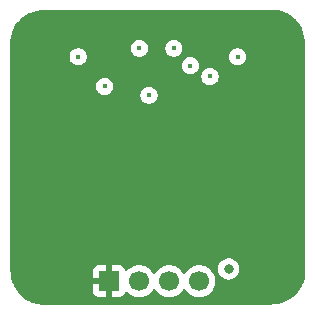
<source format=gbr>
%TF.GenerationSoftware,KiCad,Pcbnew,9.0.6*%
%TF.CreationDate,2025-11-27T01:35:14-08:00*%
%TF.ProjectId,encoder-board,656e636f-6465-4722-9d62-6f6172642e6b,rev?*%
%TF.SameCoordinates,Original*%
%TF.FileFunction,Copper,L2,Inr*%
%TF.FilePolarity,Positive*%
%FSLAX46Y46*%
G04 Gerber Fmt 4.6, Leading zero omitted, Abs format (unit mm)*
G04 Created by KiCad (PCBNEW 9.0.6) date 2025-11-27 01:35:14*
%MOMM*%
%LPD*%
G01*
G04 APERTURE LIST*
%TA.AperFunction,ComponentPad*%
%ADD10R,1.700000X1.700000*%
%TD*%
%TA.AperFunction,ComponentPad*%
%ADD11C,1.700000*%
%TD*%
%TA.AperFunction,ViaPad*%
%ADD12C,0.800000*%
%TD*%
%TA.AperFunction,ViaPad*%
%ADD13C,0.450000*%
%TD*%
G04 APERTURE END LIST*
D10*
%TO.N,GND*%
%TO.C,J1*%
X108380000Y-123000000D03*
D11*
%TO.N,SENSE_B*%
X110920000Y-123000000D03*
%TO.N,SENSE_A*%
X113460000Y-123000000D03*
%TO.N,+5V*%
X116000000Y-123000000D03*
%TD*%
D12*
%TO.N,GND*%
X123500000Y-113000000D03*
X123500000Y-111000000D03*
X101500000Y-115000000D03*
X101500000Y-119000000D03*
X122000000Y-119000000D03*
X122000000Y-121000000D03*
X122000000Y-117000000D03*
X122000000Y-103000000D03*
X101500000Y-109000000D03*
X122000000Y-115000000D03*
X112500000Y-114500000D03*
X105000000Y-124000000D03*
X101500000Y-103000000D03*
D13*
X116750000Y-107750000D03*
D12*
X112500000Y-117500000D03*
X103000000Y-121000000D03*
X101500000Y-105000000D03*
X101500000Y-107000000D03*
X101500000Y-117000000D03*
X103000000Y-113000000D03*
X103000000Y-115000000D03*
X123500000Y-103000000D03*
X103000000Y-109000000D03*
X122000000Y-105000000D03*
X122000000Y-107000000D03*
X101500000Y-113000000D03*
X112500000Y-111500000D03*
X103000000Y-117000000D03*
D13*
X113000000Y-106750000D03*
X108250000Y-107750000D03*
D12*
X103000000Y-103000000D03*
X122000000Y-111000000D03*
D13*
X116740000Y-102330000D03*
D12*
X123500000Y-117000000D03*
X103000000Y-107000000D03*
D13*
X109750000Y-105250000D03*
D12*
X103000000Y-119000000D03*
X123500000Y-115000000D03*
X123500000Y-109000000D03*
X122000000Y-109000000D03*
D13*
X109750000Y-105950000D03*
X108260000Y-101710000D03*
D12*
X106500000Y-122000000D03*
X123500000Y-121000000D03*
D13*
X108250000Y-102340000D03*
D12*
X103000000Y-111000000D03*
D13*
X116740000Y-101600000D03*
D12*
X105000000Y-122000000D03*
X123500000Y-119000000D03*
D13*
X116750000Y-108250000D03*
D12*
X106500000Y-124000000D03*
D13*
X108250000Y-108250000D03*
D12*
X123500000Y-105000000D03*
X101500000Y-121000000D03*
X101500000Y-111000000D03*
D13*
X113750000Y-106750000D03*
D12*
X123500000Y-107000000D03*
X122000000Y-113000000D03*
X103000000Y-105000000D03*
D13*
%TO.N,Net-(U1-A)*%
X116914973Y-105664973D03*
%TO.N,Net-(U2-A)*%
X108000000Y-106500000D03*
%TO.N,SENSE_A*%
X115250000Y-104750000D03*
D12*
%TO.N,+5V*%
X118500000Y-121962500D03*
D13*
X113860000Y-103270000D03*
X119250000Y-104000000D03*
X105750000Y-104000000D03*
X110930000Y-103269898D03*
%TO.N,SENSE_B*%
X111750000Y-107250000D03*
%TD*%
%TA.AperFunction,Conductor*%
%TO.N,GND*%
G36*
X122001464Y-100000534D02*
G01*
X122204102Y-100005347D01*
X122210177Y-100005642D01*
X122401379Y-100019637D01*
X122407694Y-100020264D01*
X122589554Y-100043032D01*
X122596085Y-100044026D01*
X122768413Y-100075029D01*
X122775115Y-100076428D01*
X122939573Y-100115532D01*
X122946372Y-100117355D01*
X123099981Y-100163291D01*
X123110304Y-100166882D01*
X123400922Y-100282570D01*
X123414596Y-100289006D01*
X123675909Y-100432094D01*
X123688954Y-100440331D01*
X123925346Y-100611066D01*
X123937238Y-100620835D01*
X124150597Y-100819538D01*
X124160987Y-100830466D01*
X124176912Y-100849401D01*
X124352365Y-101058020D01*
X124361033Y-101069645D01*
X124530385Y-101326869D01*
X124537295Y-101338749D01*
X124666252Y-101591768D01*
X124683554Y-101625714D01*
X124688805Y-101637494D01*
X124809852Y-101952098D01*
X124813628Y-101963543D01*
X124906426Y-102298756D01*
X124908941Y-102309769D01*
X124969690Y-102645641D01*
X124971250Y-102657518D01*
X124999080Y-102994923D01*
X124999500Y-103005116D01*
X124999500Y-121998520D01*
X124999465Y-122001465D01*
X124994651Y-122204087D01*
X124994355Y-122210194D01*
X124980363Y-122401344D01*
X124979734Y-122407695D01*
X124956968Y-122589547D01*
X124955969Y-122596100D01*
X124924970Y-122768403D01*
X124923566Y-122775131D01*
X124884472Y-122939552D01*
X124882636Y-122946396D01*
X124836708Y-123099976D01*
X124833114Y-123110309D01*
X124717433Y-123400908D01*
X124710988Y-123414602D01*
X124567899Y-123675915D01*
X124559660Y-123688963D01*
X124388937Y-123925339D01*
X124379157Y-123937245D01*
X124180461Y-124150597D01*
X124169531Y-124160988D01*
X123941978Y-124352365D01*
X123930353Y-124361033D01*
X123673129Y-124530385D01*
X123661249Y-124537295D01*
X123374291Y-124683550D01*
X123362511Y-124688801D01*
X123047900Y-124809852D01*
X123036455Y-124813628D01*
X122701244Y-124906425D01*
X122690231Y-124908940D01*
X122354355Y-124969691D01*
X122342478Y-124971251D01*
X122005075Y-124999080D01*
X121994882Y-124999500D01*
X103001480Y-124999500D01*
X102998535Y-124999465D01*
X102795911Y-124994651D01*
X102789804Y-124994355D01*
X102598654Y-124980363D01*
X102592303Y-124979734D01*
X102410451Y-124956968D01*
X102403898Y-124955969D01*
X102231595Y-124924970D01*
X102224867Y-124923566D01*
X102060446Y-124884472D01*
X102053602Y-124882636D01*
X101900022Y-124836708D01*
X101889689Y-124833114D01*
X101599090Y-124717433D01*
X101585396Y-124710988D01*
X101324083Y-124567899D01*
X101311035Y-124559660D01*
X101074659Y-124388937D01*
X101062758Y-124379161D01*
X100849392Y-124180451D01*
X100839010Y-124169531D01*
X100828459Y-124156986D01*
X100647631Y-123941975D01*
X100638965Y-123930353D01*
X100629634Y-123916181D01*
X100469612Y-123673128D01*
X100462703Y-123661249D01*
X100456082Y-123648259D01*
X100316447Y-123374288D01*
X100311201Y-123362522D01*
X100190144Y-123047895D01*
X100186370Y-123036455D01*
X100160628Y-122943466D01*
X100093569Y-122701229D01*
X100091061Y-122690247D01*
X100030304Y-122354339D01*
X100028749Y-122342493D01*
X100008927Y-122102155D01*
X107030000Y-122102155D01*
X107030000Y-122750000D01*
X107946988Y-122750000D01*
X107914075Y-122807007D01*
X107880000Y-122934174D01*
X107880000Y-123065826D01*
X107914075Y-123192993D01*
X107946988Y-123250000D01*
X107030000Y-123250000D01*
X107030000Y-123897844D01*
X107036401Y-123957372D01*
X107036403Y-123957379D01*
X107086645Y-124092086D01*
X107086649Y-124092093D01*
X107172809Y-124207187D01*
X107172812Y-124207190D01*
X107287906Y-124293350D01*
X107287913Y-124293354D01*
X107422620Y-124343596D01*
X107422627Y-124343598D01*
X107482155Y-124349999D01*
X107482172Y-124350000D01*
X108130000Y-124350000D01*
X108130000Y-123433012D01*
X108187007Y-123465925D01*
X108314174Y-123500000D01*
X108445826Y-123500000D01*
X108572993Y-123465925D01*
X108630000Y-123433012D01*
X108630000Y-124350000D01*
X109277828Y-124350000D01*
X109277844Y-124349999D01*
X109337372Y-124343598D01*
X109337379Y-124343596D01*
X109472086Y-124293354D01*
X109472093Y-124293350D01*
X109587187Y-124207190D01*
X109587190Y-124207187D01*
X109673350Y-124092093D01*
X109673354Y-124092086D01*
X109722422Y-123960529D01*
X109764293Y-123904595D01*
X109829757Y-123880178D01*
X109898030Y-123895030D01*
X109926285Y-123916181D01*
X110040213Y-124030109D01*
X110212179Y-124155048D01*
X110212181Y-124155049D01*
X110212184Y-124155051D01*
X110401588Y-124251557D01*
X110603757Y-124317246D01*
X110813713Y-124350500D01*
X110813714Y-124350500D01*
X111026286Y-124350500D01*
X111026287Y-124350500D01*
X111236243Y-124317246D01*
X111438412Y-124251557D01*
X111627816Y-124155051D01*
X111714471Y-124092093D01*
X111799786Y-124030109D01*
X111799788Y-124030106D01*
X111799792Y-124030104D01*
X111950104Y-123879792D01*
X111950106Y-123879788D01*
X111950109Y-123879786D01*
X112075048Y-123707820D01*
X112075047Y-123707820D01*
X112075051Y-123707816D01*
X112079514Y-123699054D01*
X112127488Y-123648259D01*
X112195308Y-123631463D01*
X112261444Y-123653999D01*
X112300486Y-123699056D01*
X112304951Y-123707820D01*
X112429890Y-123879786D01*
X112580213Y-124030109D01*
X112752179Y-124155048D01*
X112752181Y-124155049D01*
X112752184Y-124155051D01*
X112941588Y-124251557D01*
X113143757Y-124317246D01*
X113353713Y-124350500D01*
X113353714Y-124350500D01*
X113566286Y-124350500D01*
X113566287Y-124350500D01*
X113776243Y-124317246D01*
X113978412Y-124251557D01*
X114167816Y-124155051D01*
X114254471Y-124092093D01*
X114339786Y-124030109D01*
X114339788Y-124030106D01*
X114339792Y-124030104D01*
X114490104Y-123879792D01*
X114490106Y-123879788D01*
X114490109Y-123879786D01*
X114615048Y-123707820D01*
X114615047Y-123707820D01*
X114615051Y-123707816D01*
X114619514Y-123699054D01*
X114667488Y-123648259D01*
X114735308Y-123631463D01*
X114801444Y-123653999D01*
X114840486Y-123699056D01*
X114844951Y-123707820D01*
X114969890Y-123879786D01*
X115120213Y-124030109D01*
X115292179Y-124155048D01*
X115292181Y-124155049D01*
X115292184Y-124155051D01*
X115481588Y-124251557D01*
X115683757Y-124317246D01*
X115893713Y-124350500D01*
X115893714Y-124350500D01*
X116106286Y-124350500D01*
X116106287Y-124350500D01*
X116316243Y-124317246D01*
X116518412Y-124251557D01*
X116707816Y-124155051D01*
X116794471Y-124092093D01*
X116879786Y-124030109D01*
X116879788Y-124030106D01*
X116879792Y-124030104D01*
X117030104Y-123879792D01*
X117030106Y-123879788D01*
X117030109Y-123879786D01*
X117155048Y-123707820D01*
X117155047Y-123707820D01*
X117155051Y-123707816D01*
X117251557Y-123518412D01*
X117317246Y-123316243D01*
X117350500Y-123106287D01*
X117350500Y-122893713D01*
X117317246Y-122683757D01*
X117251557Y-122481588D01*
X117155051Y-122292184D01*
X117155049Y-122292181D01*
X117155048Y-122292179D01*
X117030109Y-122120213D01*
X116879790Y-121969894D01*
X116877231Y-121968035D01*
X116877229Y-121968033D01*
X116747533Y-121873804D01*
X117599500Y-121873804D01*
X117599500Y-122051195D01*
X117634103Y-122225158D01*
X117634106Y-122225167D01*
X117701983Y-122389040D01*
X117701990Y-122389053D01*
X117800535Y-122536534D01*
X117800538Y-122536538D01*
X117925961Y-122661961D01*
X117925965Y-122661964D01*
X118073446Y-122760509D01*
X118073459Y-122760516D01*
X118185701Y-122807007D01*
X118237334Y-122828394D01*
X118237336Y-122828394D01*
X118237341Y-122828396D01*
X118411304Y-122862999D01*
X118411307Y-122863000D01*
X118411309Y-122863000D01*
X118588693Y-122863000D01*
X118588694Y-122862999D01*
X118646682Y-122851464D01*
X118762658Y-122828396D01*
X118762661Y-122828394D01*
X118762666Y-122828394D01*
X118926547Y-122760513D01*
X119074035Y-122661964D01*
X119199464Y-122536535D01*
X119298013Y-122389047D01*
X119365894Y-122225166D01*
X119369480Y-122207142D01*
X119400499Y-122051195D01*
X119400500Y-122051193D01*
X119400500Y-121873806D01*
X119400499Y-121873804D01*
X119365896Y-121699841D01*
X119365893Y-121699832D01*
X119298016Y-121535959D01*
X119298009Y-121535946D01*
X119199464Y-121388465D01*
X119199461Y-121388461D01*
X119074038Y-121263038D01*
X119074034Y-121263035D01*
X118926553Y-121164490D01*
X118926540Y-121164483D01*
X118762667Y-121096606D01*
X118762658Y-121096603D01*
X118588694Y-121062000D01*
X118588691Y-121062000D01*
X118411309Y-121062000D01*
X118411306Y-121062000D01*
X118237341Y-121096603D01*
X118237332Y-121096606D01*
X118073459Y-121164483D01*
X118073446Y-121164490D01*
X117925965Y-121263035D01*
X117925961Y-121263038D01*
X117800538Y-121388461D01*
X117800535Y-121388465D01*
X117701990Y-121535946D01*
X117701983Y-121535959D01*
X117634106Y-121699832D01*
X117634103Y-121699841D01*
X117599500Y-121873804D01*
X116747533Y-121873804D01*
X116707820Y-121844951D01*
X116518414Y-121748444D01*
X116518413Y-121748443D01*
X116518412Y-121748443D01*
X116316243Y-121682754D01*
X116316241Y-121682753D01*
X116316240Y-121682753D01*
X116154957Y-121657208D01*
X116106287Y-121649500D01*
X115893713Y-121649500D01*
X115845042Y-121657208D01*
X115683760Y-121682753D01*
X115481585Y-121748444D01*
X115292179Y-121844951D01*
X115120213Y-121969890D01*
X114969890Y-122120213D01*
X114844949Y-122292182D01*
X114840484Y-122300946D01*
X114792509Y-122351742D01*
X114724688Y-122368536D01*
X114658553Y-122345998D01*
X114619516Y-122300946D01*
X114615050Y-122292182D01*
X114490109Y-122120213D01*
X114339786Y-121969890D01*
X114167820Y-121844951D01*
X113978414Y-121748444D01*
X113978413Y-121748443D01*
X113978412Y-121748443D01*
X113776243Y-121682754D01*
X113776241Y-121682753D01*
X113776240Y-121682753D01*
X113614957Y-121657208D01*
X113566287Y-121649500D01*
X113353713Y-121649500D01*
X113305042Y-121657208D01*
X113143760Y-121682753D01*
X112941585Y-121748444D01*
X112752179Y-121844951D01*
X112580213Y-121969890D01*
X112429890Y-122120213D01*
X112304949Y-122292182D01*
X112300484Y-122300946D01*
X112252509Y-122351742D01*
X112184688Y-122368536D01*
X112118553Y-122345998D01*
X112079516Y-122300946D01*
X112075050Y-122292182D01*
X111950109Y-122120213D01*
X111799786Y-121969890D01*
X111627820Y-121844951D01*
X111438414Y-121748444D01*
X111438413Y-121748443D01*
X111438412Y-121748443D01*
X111236243Y-121682754D01*
X111236241Y-121682753D01*
X111236240Y-121682753D01*
X111074957Y-121657208D01*
X111026287Y-121649500D01*
X110813713Y-121649500D01*
X110765042Y-121657208D01*
X110603760Y-121682753D01*
X110401585Y-121748444D01*
X110212179Y-121844951D01*
X110040215Y-121969889D01*
X109926285Y-122083819D01*
X109864962Y-122117303D01*
X109795270Y-122112319D01*
X109739337Y-122070447D01*
X109722422Y-122039470D01*
X109673354Y-121907913D01*
X109673350Y-121907906D01*
X109587190Y-121792812D01*
X109587187Y-121792809D01*
X109472093Y-121706649D01*
X109472086Y-121706645D01*
X109337379Y-121656403D01*
X109337372Y-121656401D01*
X109277844Y-121650000D01*
X108630000Y-121650000D01*
X108630000Y-122566988D01*
X108572993Y-122534075D01*
X108445826Y-122500000D01*
X108314174Y-122500000D01*
X108187007Y-122534075D01*
X108130000Y-122566988D01*
X108130000Y-121650000D01*
X107482155Y-121650000D01*
X107422627Y-121656401D01*
X107422620Y-121656403D01*
X107287913Y-121706645D01*
X107287906Y-121706649D01*
X107172812Y-121792809D01*
X107172809Y-121792812D01*
X107086649Y-121907906D01*
X107086645Y-121907913D01*
X107036403Y-122042620D01*
X107036401Y-122042627D01*
X107030000Y-122102155D01*
X100008927Y-122102155D01*
X100004724Y-122051193D01*
X100000920Y-122005074D01*
X100000500Y-121994882D01*
X100000500Y-107321457D01*
X111024499Y-107321457D01*
X111052379Y-107461614D01*
X111052381Y-107461620D01*
X111107069Y-107593650D01*
X111107074Y-107593659D01*
X111186467Y-107712478D01*
X111186470Y-107712482D01*
X111287517Y-107813529D01*
X111287521Y-107813532D01*
X111406340Y-107892925D01*
X111406346Y-107892928D01*
X111406347Y-107892929D01*
X111538380Y-107947619D01*
X111538384Y-107947619D01*
X111538385Y-107947620D01*
X111678542Y-107975500D01*
X111678545Y-107975500D01*
X111821457Y-107975500D01*
X111915751Y-107956742D01*
X111961620Y-107947619D01*
X112093653Y-107892929D01*
X112212479Y-107813532D01*
X112313532Y-107712479D01*
X112392929Y-107593653D01*
X112447619Y-107461620D01*
X112475500Y-107321455D01*
X112475500Y-107178545D01*
X112475500Y-107178542D01*
X112447620Y-107038385D01*
X112447619Y-107038384D01*
X112447619Y-107038380D01*
X112392929Y-106906347D01*
X112392928Y-106906346D01*
X112392925Y-106906340D01*
X112313532Y-106787521D01*
X112313529Y-106787517D01*
X112212482Y-106686470D01*
X112212478Y-106686467D01*
X112093659Y-106607074D01*
X112093650Y-106607069D01*
X111961620Y-106552381D01*
X111961614Y-106552379D01*
X111821457Y-106524500D01*
X111821455Y-106524500D01*
X111678545Y-106524500D01*
X111678543Y-106524500D01*
X111538385Y-106552379D01*
X111538379Y-106552381D01*
X111406349Y-106607069D01*
X111406340Y-106607074D01*
X111287521Y-106686467D01*
X111287517Y-106686470D01*
X111186470Y-106787517D01*
X111186467Y-106787521D01*
X111107074Y-106906340D01*
X111107069Y-106906349D01*
X111052381Y-107038379D01*
X111052379Y-107038385D01*
X111024500Y-107178542D01*
X111024500Y-107178545D01*
X111024500Y-107321455D01*
X111024500Y-107321457D01*
X111024499Y-107321457D01*
X100000500Y-107321457D01*
X100000500Y-106571457D01*
X107274499Y-106571457D01*
X107302379Y-106711614D01*
X107302381Y-106711620D01*
X107357069Y-106843650D01*
X107357074Y-106843659D01*
X107436467Y-106962478D01*
X107436470Y-106962482D01*
X107537517Y-107063529D01*
X107537521Y-107063532D01*
X107656340Y-107142925D01*
X107656346Y-107142928D01*
X107656347Y-107142929D01*
X107788380Y-107197619D01*
X107788384Y-107197619D01*
X107788385Y-107197620D01*
X107928542Y-107225500D01*
X107928545Y-107225500D01*
X108071457Y-107225500D01*
X108165751Y-107206742D01*
X108211620Y-107197619D01*
X108343653Y-107142929D01*
X108462479Y-107063532D01*
X108563532Y-106962479D01*
X108642929Y-106843653D01*
X108697619Y-106711620D01*
X108718415Y-106607074D01*
X108725500Y-106571457D01*
X108725500Y-106428542D01*
X108697620Y-106288385D01*
X108697619Y-106288384D01*
X108697619Y-106288380D01*
X108642929Y-106156347D01*
X108642928Y-106156346D01*
X108642925Y-106156340D01*
X108563532Y-106037521D01*
X108563529Y-106037517D01*
X108462482Y-105936470D01*
X108462478Y-105936467D01*
X108343659Y-105857074D01*
X108343650Y-105857069D01*
X108211620Y-105802381D01*
X108211614Y-105802379D01*
X108071457Y-105774500D01*
X108071455Y-105774500D01*
X107928545Y-105774500D01*
X107928543Y-105774500D01*
X107788385Y-105802379D01*
X107788379Y-105802381D01*
X107656349Y-105857069D01*
X107656340Y-105857074D01*
X107537521Y-105936467D01*
X107537517Y-105936470D01*
X107436470Y-106037517D01*
X107436467Y-106037521D01*
X107357074Y-106156340D01*
X107357069Y-106156349D01*
X107302381Y-106288379D01*
X107302379Y-106288385D01*
X107274500Y-106428542D01*
X107274500Y-106428545D01*
X107274500Y-106571455D01*
X107274500Y-106571457D01*
X107274499Y-106571457D01*
X100000500Y-106571457D01*
X100000500Y-105736430D01*
X116189472Y-105736430D01*
X116217352Y-105876587D01*
X116217354Y-105876593D01*
X116272042Y-106008623D01*
X116272047Y-106008632D01*
X116351440Y-106127451D01*
X116351443Y-106127455D01*
X116452490Y-106228502D01*
X116452494Y-106228505D01*
X116571313Y-106307898D01*
X116571319Y-106307901D01*
X116571320Y-106307902D01*
X116703353Y-106362592D01*
X116703357Y-106362592D01*
X116703358Y-106362593D01*
X116843515Y-106390473D01*
X116843518Y-106390473D01*
X116986430Y-106390473D01*
X117080724Y-106371715D01*
X117126593Y-106362592D01*
X117258626Y-106307902D01*
X117377452Y-106228505D01*
X117478505Y-106127452D01*
X117557902Y-106008626D01*
X117612592Y-105876593D01*
X117640473Y-105736428D01*
X117640473Y-105593518D01*
X117640473Y-105593515D01*
X117612593Y-105453358D01*
X117612592Y-105453357D01*
X117612592Y-105453353D01*
X117557902Y-105321320D01*
X117557901Y-105321319D01*
X117557898Y-105321313D01*
X117478505Y-105202494D01*
X117478502Y-105202490D01*
X117377455Y-105101443D01*
X117377451Y-105101440D01*
X117258632Y-105022047D01*
X117258623Y-105022042D01*
X117126593Y-104967354D01*
X117126587Y-104967352D01*
X116986430Y-104939473D01*
X116986428Y-104939473D01*
X116843518Y-104939473D01*
X116843516Y-104939473D01*
X116703358Y-104967352D01*
X116703352Y-104967354D01*
X116571322Y-105022042D01*
X116571313Y-105022047D01*
X116452494Y-105101440D01*
X116452490Y-105101443D01*
X116351443Y-105202490D01*
X116351440Y-105202494D01*
X116272047Y-105321313D01*
X116272042Y-105321322D01*
X116217354Y-105453352D01*
X116217352Y-105453358D01*
X116189473Y-105593515D01*
X116189473Y-105593518D01*
X116189473Y-105736428D01*
X116189473Y-105736430D01*
X116189472Y-105736430D01*
X100000500Y-105736430D01*
X100000500Y-104821457D01*
X114524499Y-104821457D01*
X114552379Y-104961614D01*
X114552381Y-104961620D01*
X114607069Y-105093650D01*
X114607074Y-105093659D01*
X114686467Y-105212478D01*
X114686470Y-105212482D01*
X114787517Y-105313529D01*
X114787521Y-105313532D01*
X114906340Y-105392925D01*
X114906346Y-105392928D01*
X114906347Y-105392929D01*
X115038380Y-105447619D01*
X115038384Y-105447619D01*
X115038385Y-105447620D01*
X115178542Y-105475500D01*
X115178545Y-105475500D01*
X115321457Y-105475500D01*
X115370176Y-105465809D01*
X115429945Y-105453919D01*
X115461620Y-105447619D01*
X115593653Y-105392929D01*
X115712479Y-105313532D01*
X115813532Y-105212479D01*
X115892929Y-105093653D01*
X115947619Y-104961620D01*
X115975500Y-104821455D01*
X115975500Y-104678545D01*
X115975500Y-104678542D01*
X115947620Y-104538385D01*
X115947619Y-104538384D01*
X115947619Y-104538380D01*
X115892929Y-104406347D01*
X115892928Y-104406346D01*
X115892925Y-104406340D01*
X115813532Y-104287521D01*
X115813529Y-104287517D01*
X115712482Y-104186470D01*
X115712478Y-104186467D01*
X115593659Y-104107074D01*
X115593650Y-104107069D01*
X115507674Y-104071457D01*
X118524499Y-104071457D01*
X118552379Y-104211614D01*
X118552381Y-104211620D01*
X118607069Y-104343650D01*
X118607074Y-104343659D01*
X118686467Y-104462478D01*
X118686470Y-104462482D01*
X118787517Y-104563529D01*
X118787521Y-104563532D01*
X118906340Y-104642925D01*
X118906346Y-104642928D01*
X118906347Y-104642929D01*
X119038380Y-104697619D01*
X119038384Y-104697619D01*
X119038385Y-104697620D01*
X119178542Y-104725500D01*
X119178545Y-104725500D01*
X119321457Y-104725500D01*
X119415751Y-104706742D01*
X119461620Y-104697619D01*
X119593653Y-104642929D01*
X119712479Y-104563532D01*
X119813532Y-104462479D01*
X119892929Y-104343653D01*
X119947619Y-104211620D01*
X119968415Y-104107074D01*
X119975500Y-104071457D01*
X119975500Y-103928542D01*
X119947620Y-103788385D01*
X119947619Y-103788384D01*
X119947619Y-103788380D01*
X119892929Y-103656347D01*
X119892928Y-103656346D01*
X119892925Y-103656340D01*
X119813532Y-103537521D01*
X119813529Y-103537517D01*
X119712482Y-103436470D01*
X119712478Y-103436467D01*
X119593659Y-103357074D01*
X119593650Y-103357069D01*
X119461620Y-103302381D01*
X119461614Y-103302379D01*
X119321457Y-103274500D01*
X119321455Y-103274500D01*
X119178545Y-103274500D01*
X119178543Y-103274500D01*
X119038385Y-103302379D01*
X119038379Y-103302381D01*
X118906349Y-103357069D01*
X118906340Y-103357074D01*
X118787521Y-103436467D01*
X118787517Y-103436470D01*
X118686470Y-103537517D01*
X118686467Y-103537521D01*
X118607074Y-103656340D01*
X118607069Y-103656349D01*
X118552381Y-103788379D01*
X118552379Y-103788385D01*
X118524500Y-103928542D01*
X118524500Y-103928545D01*
X118524500Y-104071455D01*
X118524500Y-104071457D01*
X118524499Y-104071457D01*
X115507674Y-104071457D01*
X115461620Y-104052381D01*
X115461614Y-104052379D01*
X115419840Y-104044070D01*
X115321457Y-104024500D01*
X115321455Y-104024500D01*
X115178545Y-104024500D01*
X115178543Y-104024500D01*
X115038385Y-104052379D01*
X115038379Y-104052381D01*
X114906349Y-104107069D01*
X114906340Y-104107074D01*
X114787521Y-104186467D01*
X114787517Y-104186470D01*
X114686470Y-104287517D01*
X114686467Y-104287521D01*
X114607074Y-104406340D01*
X114607069Y-104406349D01*
X114552381Y-104538379D01*
X114552379Y-104538385D01*
X114524500Y-104678542D01*
X114524500Y-104678545D01*
X114524500Y-104821455D01*
X114524500Y-104821457D01*
X114524499Y-104821457D01*
X100000500Y-104821457D01*
X100000500Y-104071457D01*
X105024499Y-104071457D01*
X105052379Y-104211614D01*
X105052381Y-104211620D01*
X105107069Y-104343650D01*
X105107074Y-104343659D01*
X105186467Y-104462478D01*
X105186470Y-104462482D01*
X105287517Y-104563529D01*
X105287521Y-104563532D01*
X105406340Y-104642925D01*
X105406346Y-104642928D01*
X105406347Y-104642929D01*
X105538380Y-104697619D01*
X105538384Y-104697619D01*
X105538385Y-104697620D01*
X105678542Y-104725500D01*
X105678545Y-104725500D01*
X105821457Y-104725500D01*
X105915751Y-104706742D01*
X105961620Y-104697619D01*
X106093653Y-104642929D01*
X106212479Y-104563532D01*
X106313532Y-104462479D01*
X106392929Y-104343653D01*
X106447619Y-104211620D01*
X106468415Y-104107074D01*
X106475500Y-104071457D01*
X106475500Y-103928542D01*
X106447620Y-103788385D01*
X106447619Y-103788384D01*
X106447619Y-103788380D01*
X106392929Y-103656347D01*
X106392928Y-103656346D01*
X106392925Y-103656340D01*
X106313532Y-103537521D01*
X106313529Y-103537517D01*
X106212482Y-103436470D01*
X106212478Y-103436467D01*
X106093659Y-103357074D01*
X106093646Y-103357067D01*
X106055714Y-103341355D01*
X110204499Y-103341355D01*
X110232379Y-103481512D01*
X110232381Y-103481518D01*
X110287069Y-103613548D01*
X110287074Y-103613557D01*
X110366467Y-103732376D01*
X110366470Y-103732380D01*
X110467517Y-103833427D01*
X110467521Y-103833430D01*
X110586340Y-103912823D01*
X110586349Y-103912828D01*
X110616258Y-103925216D01*
X110718380Y-103967517D01*
X110718384Y-103967517D01*
X110718385Y-103967518D01*
X110858542Y-103995398D01*
X110858545Y-103995398D01*
X111001457Y-103995398D01*
X111095751Y-103976640D01*
X111141620Y-103967517D01*
X111273653Y-103912827D01*
X111392479Y-103833430D01*
X111493532Y-103732377D01*
X111572929Y-103613551D01*
X111627619Y-103481518D01*
X111652373Y-103357074D01*
X111655480Y-103341457D01*
X113134499Y-103341457D01*
X113162379Y-103481614D01*
X113162381Y-103481620D01*
X113217069Y-103613650D01*
X113217074Y-103613659D01*
X113296467Y-103732478D01*
X113296470Y-103732482D01*
X113397517Y-103833529D01*
X113397521Y-103833532D01*
X113516340Y-103912925D01*
X113516346Y-103912928D01*
X113516347Y-103912929D01*
X113648380Y-103967619D01*
X113648384Y-103967619D01*
X113648385Y-103967620D01*
X113788542Y-103995500D01*
X113788545Y-103995500D01*
X113931457Y-103995500D01*
X114025751Y-103976742D01*
X114071620Y-103967619D01*
X114203653Y-103912929D01*
X114322479Y-103833532D01*
X114423532Y-103732479D01*
X114502929Y-103613653D01*
X114557619Y-103481620D01*
X114585500Y-103341455D01*
X114585500Y-103198545D01*
X114585500Y-103198542D01*
X114557620Y-103058385D01*
X114557619Y-103058384D01*
X114557619Y-103058380D01*
X114502929Y-102926347D01*
X114502928Y-102926346D01*
X114502925Y-102926340D01*
X114423532Y-102807521D01*
X114423529Y-102807517D01*
X114322482Y-102706470D01*
X114322478Y-102706467D01*
X114203659Y-102627074D01*
X114203650Y-102627069D01*
X114071620Y-102572381D01*
X114071614Y-102572379D01*
X113931457Y-102544500D01*
X113931455Y-102544500D01*
X113788545Y-102544500D01*
X113788543Y-102544500D01*
X113648385Y-102572379D01*
X113648379Y-102572381D01*
X113516349Y-102627069D01*
X113516340Y-102627074D01*
X113397521Y-102706467D01*
X113397517Y-102706470D01*
X113296470Y-102807517D01*
X113296467Y-102807521D01*
X113217074Y-102926340D01*
X113217069Y-102926349D01*
X113162381Y-103058379D01*
X113162379Y-103058385D01*
X113134500Y-103198542D01*
X113134500Y-103198545D01*
X113134500Y-103341455D01*
X113134500Y-103341457D01*
X113134499Y-103341457D01*
X111655480Y-103341457D01*
X111655500Y-103341355D01*
X111655500Y-103198440D01*
X111627620Y-103058283D01*
X111627619Y-103058282D01*
X111627619Y-103058278D01*
X111572971Y-102926347D01*
X111572930Y-102926247D01*
X111572925Y-102926238D01*
X111493532Y-102807419D01*
X111493529Y-102807415D01*
X111392482Y-102706368D01*
X111392478Y-102706365D01*
X111273659Y-102626972D01*
X111273650Y-102626967D01*
X111141620Y-102572279D01*
X111141614Y-102572277D01*
X111001457Y-102544398D01*
X111001455Y-102544398D01*
X110858545Y-102544398D01*
X110858543Y-102544398D01*
X110718385Y-102572277D01*
X110718379Y-102572279D01*
X110586349Y-102626967D01*
X110586340Y-102626972D01*
X110467521Y-102706365D01*
X110467517Y-102706368D01*
X110366470Y-102807415D01*
X110366467Y-102807419D01*
X110287074Y-102926238D01*
X110287069Y-102926247D01*
X110232381Y-103058277D01*
X110232379Y-103058283D01*
X110204500Y-103198440D01*
X110204500Y-103198443D01*
X110204500Y-103341353D01*
X110204500Y-103341355D01*
X110204499Y-103341355D01*
X106055714Y-103341355D01*
X105972560Y-103306912D01*
X105972559Y-103306912D01*
X105961620Y-103302381D01*
X105961616Y-103302380D01*
X105961614Y-103302379D01*
X105821457Y-103274500D01*
X105821455Y-103274500D01*
X105678545Y-103274500D01*
X105678543Y-103274500D01*
X105538385Y-103302379D01*
X105538379Y-103302381D01*
X105406349Y-103357069D01*
X105406340Y-103357074D01*
X105287521Y-103436467D01*
X105287517Y-103436470D01*
X105186470Y-103537517D01*
X105186467Y-103537521D01*
X105107074Y-103656340D01*
X105107069Y-103656349D01*
X105052381Y-103788379D01*
X105052379Y-103788385D01*
X105024500Y-103928542D01*
X105024500Y-103928545D01*
X105024500Y-104071455D01*
X105024500Y-104071457D01*
X105024499Y-104071457D01*
X100000500Y-104071457D01*
X100000500Y-103001478D01*
X100000535Y-102998534D01*
X100002249Y-102926349D01*
X100005347Y-102795894D01*
X100005643Y-102789804D01*
X100011743Y-102706468D01*
X100019638Y-102598615D01*
X100020264Y-102592304D01*
X100043032Y-102410444D01*
X100044025Y-102403919D01*
X100075031Y-102231578D01*
X100076426Y-102224890D01*
X100115534Y-102060416D01*
X100117352Y-102053635D01*
X100163293Y-101900010D01*
X100166879Y-101889701D01*
X100282573Y-101599070D01*
X100289003Y-101585408D01*
X100432100Y-101324079D01*
X100440326Y-101311051D01*
X100611072Y-101074644D01*
X100620828Y-101062767D01*
X100819547Y-100849392D01*
X100830456Y-100839019D01*
X101058030Y-100647624D01*
X101069634Y-100638973D01*
X101326878Y-100469607D01*
X101338739Y-100462708D01*
X101625732Y-100316435D01*
X101637476Y-100311200D01*
X101952108Y-100190142D01*
X101963533Y-100186373D01*
X102298776Y-100093567D01*
X102309747Y-100091061D01*
X102645660Y-100030305D01*
X102657501Y-100028750D01*
X102959756Y-100003820D01*
X102994926Y-100000920D01*
X103005118Y-100000500D01*
X121998521Y-100000500D01*
X122001464Y-100000534D01*
G37*
%TD.AperFunction*%
%TD*%
M02*

</source>
